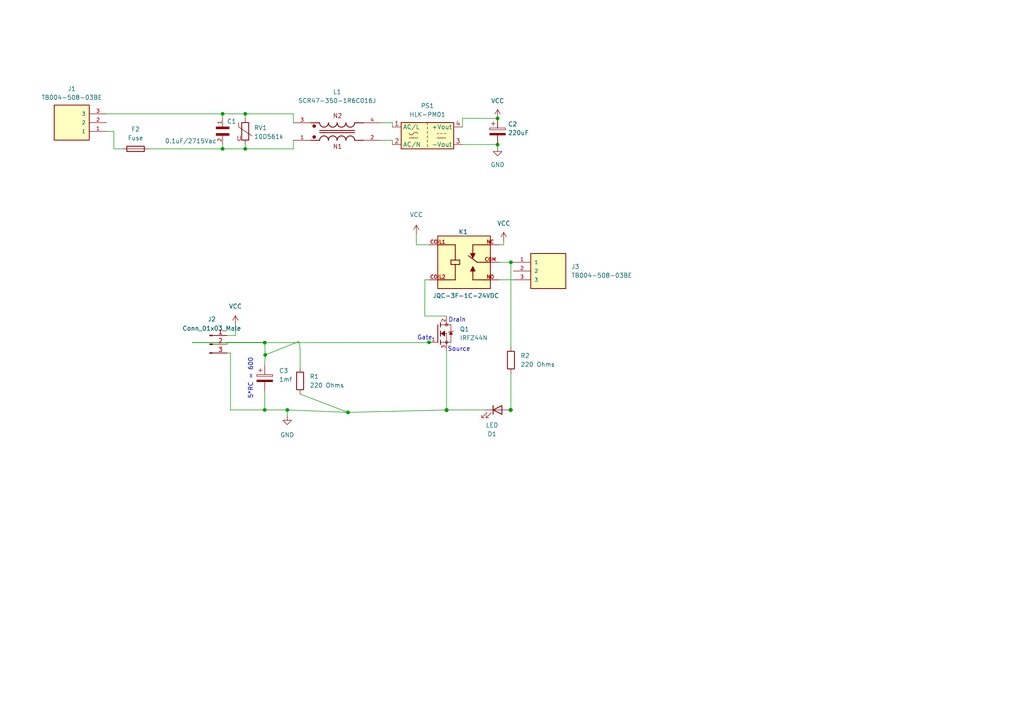
<source format=kicad_sch>
(kicad_sch (version 20211123) (generator eeschema)
  (paper "A4")
  (title_block (title "detecteur de presence") (date "2023-08-16") (rev "1.0") (company "MVP"))
  (lib_symbols
    (symbol "Connector:Conn_01x03_Male" (pin_names (offset 1.016) hide)
      (property "Reference" "J" (at 0 5.08 0))
      (property "Value" "Conn_01x03_Male" (at 0 -5.08 0))
      (symbol "Conn_01x03_Male_1_1"
        (polyline (pts (xy 1.27 -2.54) (xy 0.8636 -2.54)) (stroke (width 0.1524)))
        (polyline (pts (xy 1.27 0) (xy 0.8636 0)) (stroke (width 0.1524)))
        (polyline (pts (xy 1.27 2.54) (xy 0.8636 2.54)) (stroke (width 0.1524)))
        (rectangle (start 0.8636 -2.413) (end 0 -2.667) (stroke (width 0.1524)) (fill (type outline)))
        (rectangle (start 0.8636 0.127) (end 0 -0.127) (stroke (width 0.1524)) (fill (type outline)))
        (rectangle (start 0.8636 2.667) (end 0 2.413) (stroke (width 0.1524)) (fill (type outline)))
        (pin passive line (at 5.08 2.54 180) (length 3.81) (name "Pin_1") (number "1"))
        (pin passive line (at 5.08 0 180) (length 3.81) (name "Pin_2") (number "2"))
        (pin passive line (at 5.08 -2.54 180) (length 3.81) (name "Pin_3") (number "3"))
      )
    )
    (symbol "Converter_ACDC:HLK-PM01"
      (property "Reference" "PS" (at 0 5.08 0))
      (property "Value" "HLK-PM01" (at 0 -5.08 0))
      (symbol "HLK-PM01_0_1"
        (rectangle (start -7.62 3.81) (end 7.62 -3.81) (stroke (width 0.254)) (fill (type background)))
        (arc (start -5.334 0.635) (mid -4.699 0.2495) (end -4.064 0.635))
        (arc (start -2.794 0.635) (mid -3.429 1.0072) (end -4.064 0.635))
        (polyline (pts (xy -5.334 -0.635) (xy -2.794 -0.635)))
        (polyline (pts (xy 0 -2.54) (xy 0 -3.175)))
        (polyline (pts (xy 0 -1.27) (xy 0 -1.905)))
        (polyline (pts (xy 0 0) (xy 0 -0.635)))
        (polyline (pts (xy 0 1.27) (xy 0 0.635)))
        (polyline (pts (xy 0 2.54) (xy 0 1.905)))
        (polyline (pts (xy 0 3.81) (xy 0 3.175)))
        (polyline (pts (xy 2.794 -0.635) (xy 5.334 -0.635)))
        (polyline (pts (xy 2.794 0.635) (xy 3.302 0.635)))
        (polyline (pts (xy 3.81 0.635) (xy 4.318 0.635)))
        (polyline (pts (xy 4.826 0.635) (xy 5.334 0.635)))
      )
      (symbol "HLK-PM01_1_1"
        (pin power_in line (at -10.16 2.54 0) (length 2.54) (name "AC/L") (number "1"))
        (pin power_in line (at -10.16 -2.54 0) (length 2.54) (name "AC/N") (number "2"))
        (pin power_out line (at 10.16 -2.54 180) (length 2.54) (name "-Vout") (number "3"))
        (pin power_out line (at 10.16 2.54 180) (length 2.54) (name "+Vout") (number "4"))
      )
    )
    (symbol "Device:C_Polarized" (pin_numbers hide) (pin_names (offset 0.254))
      (property "Reference" "C" (at 0.635 2.54 0))
      (property "Value" "C_Polarized" (at 0.635 -2.54 0))
      (symbol "C_Polarized_0_1"
        (rectangle (start -2.286 0.508) (end 2.286 1.016))
        (polyline (pts (xy -1.778 2.286) (xy -0.762 2.286)))
        (polyline (pts (xy -1.27 2.794) (xy -1.27 1.778)))
        (rectangle (start 2.286 -0.508) (end -2.286 -1.016) (fill (type outline)))
      )
      (symbol "C_Polarized_1_1"
        (pin passive line (at 0 3.81 270) (length 2.794) (name "~") (number "1"))
        (pin passive line (at 0 -3.81 90) (length 2.794) (name "~") (number "2"))
      )
    )
    (symbol "Device:Fuse" (pin_numbers hide) (pin_names (offset 0))
      (property "Reference" "F" (at 2.032 0 90))
      (property "Value" "Fuse" (at -1.905 0 90))
      (symbol "Fuse_0_1"
        (rectangle (start -0.762 -2.54) (end 0.762 2.54) (stroke (width 0.254)))
        (polyline (pts (xy 0 2.54) (xy 0 -2.54)))
      )
      (symbol "Fuse_1_1"
        (pin passive line (at 0 3.81 270) (length 1.27) (name "~") (number "1"))
        (pin passive line (at 0 -3.81 90) (length 1.27) (name "~") (number "2"))
      )
    )
    (symbol "Device:LED" (pin_numbers hide) (pin_names (offset 1.016) hide)
      (property "Reference" "D" (at 0 2.54 0))
      (property "Value" "LED" (at 0 -2.54 0))
      (symbol "LED_0_1"
        (polyline (pts (xy -1.27 -1.27) (xy -1.27 1.27)) (stroke (width 0.254)))
        (polyline (pts (xy -1.27 0) (xy 1.27 0)))
        (polyline (pts (xy 1.27 -1.27) (xy 1.27 1.27) (xy -1.27 0) (xy 1.27 -1.27)) (stroke (width 0.254)))
        (polyline (pts (xy -3.048 -0.762) (xy -4.572 -2.286) (xy -3.81 -2.286) (xy -4.572 -2.286) (xy -4.572 -1.524)))
        (polyline (pts (xy -1.778 -0.762) (xy -3.302 -2.286) (xy -2.54 -2.286) (xy -3.302 -2.286) (xy -3.302 -1.524)))
      )
      (symbol "LED_1_1"
        (pin passive line (at -3.81 0 0) (length 2.54) (name "K") (number "1"))
        (pin passive line (at 3.81 0 180) (length 2.54) (name "A") (number "2"))
      )
    )
    (symbol "Device:R" (pin_numbers hide) (pin_names (offset 0))
      (property "Reference" "R" (at 2.032 0 90))
      (property "Value" "R" (at 0 0 90))
      (symbol "R_0_1"
        (rectangle (start -1.016 -2.54) (end 1.016 2.54) (stroke (width 0.254)))
      )
      (symbol "R_1_1"
        (pin passive line (at 0 3.81 270) (length 1.27) (name "~") (number "1"))
        (pin passive line (at 0 -3.81 90) (length 1.27) (name "~") (number "2"))
      )
    )
    (symbol "Device:Varistor" (pin_numbers hide) (pin_names (offset 0))
      (property "Reference" "RV" (at 3.175 0 90))
      (property "Value" "Varistor" (at -3.175 0 90))
      (symbol "Varistor_0_0"
        (text "U" (at -1.778 -2.032 0) (effects (font (size 1.27 1.27))))
      )
      (symbol "Varistor_0_1"
        (rectangle (start -1.016 -2.54) (end 1.016 2.54) (stroke (width 0.254)))
        (polyline (pts (xy -1.905 2.54) (xy -1.905 1.27) (xy 1.905 -1.27)))
      )
      (symbol "Varistor_1_1"
        (pin passive line (at 0 3.81 270) (length 1.27) (name "~") (number "1"))
        (pin passive line (at 0 -3.81 90) (length 1.27) (name "~") (number "2"))
      )
    )
    (symbol "ECQUAAF104TA:ECQUAAF104TA" (pin_names (offset 1.016))
      (property "Reference" "C" (at 0 3.8109 0))
      (property "Value" "ECQUAAF104TA" (at 0 -5.0885 0))
      (symbol "ECQUAAF104TA_0_0"
        (rectangle (start 0 -1.9069) (end 0.635 1.905) (stroke (width 0.1)) (fill (type outline)))
        (rectangle (start 1.9069 -1.9069) (end 2.54 1.905) (stroke (width 0.1)) (fill (type outline)))
        (pin passive line (at -2.54 0 0) (length 2.54) (name "~") (number "1"))
        (pin passive line (at 5.08 0 180) (length 2.54) (name "~") (number "2"))
      )
    )
    (symbol "IRFZ44N:IRFZ44N" (pin_names (offset 1.016))
      (property "Reference" "Q" (at -8.89 2.54 0))
      (property "Value" "IRFZ44N" (at -8.89 -7.62 0))
      (symbol "IRFZ44N_0_0"
        (polyline (pts (xy 0 2.54) (xy 0 -2.54)) (stroke (width 0.254)))
        (polyline (pts (xy 0.762 -2.54) (xy 0.762 -3.175)) (stroke (width 0.254)))
        (polyline (pts (xy 0.762 -1.905) (xy 0.762 -2.54)) (stroke (width 0.254)))
        (polyline (pts (xy 0.762 0) (xy 0.762 -0.762)) (stroke (width 0.254)))
        (polyline (pts (xy 0.762 0) (xy 2.54 0)) (stroke (width 0.1524)))
        (polyline (pts (xy 0.762 0.762) (xy 0.762 0)) (stroke (width 0.254)))
        (polyline (pts (xy 0.762 2.54) (xy 0.762 1.905)) (stroke (width 0.254)))
        (polyline (pts (xy 0.762 2.54) (xy 3.81 2.54)) (stroke (width 0.1524)))
        (polyline (pts (xy 0.762 3.175) (xy 0.762 2.54)) (stroke (width 0.254)))
        (polyline (pts (xy 2.54 -2.54) (xy 0.762 -2.54)) (stroke (width 0.1524)))
        (polyline (pts (xy 2.54 -2.54) (xy 3.81 -2.54)) (stroke (width 0.1524)))
        (polyline (pts (xy 2.54 0) (xy 2.54 -2.54)) (stroke (width 0.1524)))
        (polyline (pts (xy 3.302 0.508) (xy 3.048 0.254)) (stroke (width 0.1524)))
        (polyline (pts (xy 3.81 0.508) (xy 3.302 0.508)) (stroke (width 0.1524)))
        (polyline (pts (xy 3.81 0.508) (xy 3.81 -2.54)) (stroke (width 0.1524)))
        (polyline (pts (xy 3.81 2.54) (xy 3.81 0.508)) (stroke (width 0.1524)))
        (polyline (pts (xy 4.318 0.508) (xy 3.81 0.508)) (stroke (width 0.1524)))
        (polyline (pts (xy 4.572 0.762) (xy 4.318 0.508)) (stroke (width 0.1524)))
        (polyline (pts (xy 1.016 0) (xy 2.032 0.762) (xy 2.032 -0.762) (xy 1.016 0)) (stroke (width 0.1524)) (fill (type outline)))
        (polyline (pts (xy 3.81 0.508) (xy 3.302 -0.254) (xy 4.318 -0.254) (xy 3.81 0.508)) (stroke (width 0.1524)) (fill (type outline)))
        (circle (center 2.54 -2.54) (radius 0.3592))
        (circle (center 2.54 2.54) (radius 0.3592))
        (pin passive line (at -2.54 -2.54 0) (length 2.54) (name "~") (number "1"))
        (pin passive line (at 2.54 5.08 270) (length 2.54) (name "~") (number "2"))
        (pin passive line (at 2.54 -5.08 90) (length 2.54) (name "~") (number "3"))
      )
    )
    (symbol "JQC-3F-1C-24VDC:JQC-3F-1C-24VDC" (pin_names (offset 1.016))
      (property "Reference" "K" (at -7.62 8.89 0))
      (property "Value" "JQC-3F-1C-24VDC" (at -7.62 -10.16 0))
      (symbol "JQC-3F-1C-24VDC_0_0"
        (rectangle (start -7.62 -7.62) (end 7.62 7.62) (stroke (width 0.254)) (fill (type background)))
        (polyline (pts (xy -7.62 -5.08) (xy -2.54 -5.08)) (stroke (width 0.254)))
        (polyline (pts (xy -7.62 5.08) (xy -2.54 5.08)) (stroke (width 0.254)))
        (polyline (pts (xy -3.81 -0.635) (xy -3.81 0.635)) (stroke (width 0.254)))
        (polyline (pts (xy -3.81 0.635) (xy -2.54 0.635)) (stroke (width 0.254)))
        (polyline (pts (xy -2.54 -0.635) (xy -3.81 -0.635)) (stroke (width 0.254)))
        (polyline (pts (xy -2.54 -0.635) (xy -2.54 -5.08)) (stroke (width 0.254)))
        (polyline (pts (xy -2.54 0.635) (xy -1.27 0.635)) (stroke (width 0.254)))
        (polyline (pts (xy -2.54 5.08) (xy -2.54 0.635)) (stroke (width 0.254)))
        (polyline (pts (xy -1.27 -0.635) (xy -2.54 -0.635)) (stroke (width 0.254)))
        (polyline (pts (xy -1.27 0.635) (xy -1.27 -0.635)) (stroke (width 0.254)))
        (polyline (pts (xy 2.54 -5.08) (xy 2.54 -2.54)) (stroke (width 0.254)))
        (polyline (pts (xy 2.54 5.08) (xy 2.54 2.54)) (stroke (width 0.254)))
        (polyline (pts (xy 2.54 5.08) (xy 7.62 5.08)) (stroke (width 0.254)))
        (polyline (pts (xy 3.81 0) (xy 1.27 1.905)) (stroke (width 0.254)))
        (polyline (pts (xy 7.62 -5.08) (xy 2.54 -5.08)) (stroke (width 0.254)))
        (polyline (pts (xy 7.62 0) (xy 3.81 0)) (stroke (width 0.254)))
        (polyline (pts (xy 1.905 -2.54) (xy 3.175 -2.54) (xy 2.54 -1.27) (xy 1.905 -2.54)) (stroke (width 0.254)) (fill (type outline)))
        (polyline (pts (xy 3.175 2.54) (xy 1.905 2.54) (xy 2.54 1.27) (xy 3.175 2.54)) (stroke (width 0.254)) (fill (type outline)))
        (pin passive line (at -10.16 5.08 0) (length 5.08) (name "~") (number "COIL1"))
        (pin passive line (at -10.16 -5.08 0) (length 5.08) (name "~") (number "COIL2"))
        (pin passive line (at 10.16 0 180) (length 5.08) (name "~") (number "COM"))
        (pin passive line (at 10.16 5.08 180) (length 5.08) (name "~") (number "NC"))
        (pin passive line (at 10.16 -5.08 180) (length 5.08) (name "~") (number "NO"))
      )
    )
    (symbol "SCR47-350-1R6C016J:SCR47-350-1R6C016J" (pin_names (offset 1.016))
      (property "Reference" "L" (at -10.16 7.62 0))
      (property "Value" "SCR47-350-1R6C016J" (at -10.16 5.08 0))
      (symbol "SCR47-350-1R6C016J_0_0"
        (circle (center -6.6675 -1.5875) (radius 0.254) (stroke (width 0.508)))
        (circle (center -6.6675 1.5875) (radius 0.254) (stroke (width 0.508)))
        (arc (start -5.08 2.54) (mid -3.81 1.27) (end -2.54 2.54) (stroke (width 0.254)))
        (arc (start -2.54 -2.54) (mid -3.81 -1.27) (end -5.08 -2.54) (stroke (width 0.254)))
        (arc (start -2.54 2.54) (mid -1.27 1.27) (end 0 2.54) (stroke (width 0.254)))
        (arc (start 0 -2.54) (mid -1.27 -1.27) (end -2.54 -2.54) (stroke (width 0.254)))
        (polyline (pts (xy -5.08 -2.54) (xy -7.62 -2.54)) (stroke (width 0.254)))
        (polyline (pts (xy -5.08 -0.3175) (xy 5.08 -0.3175)) (stroke (width 0.254)))
        (polyline (pts (xy -5.08 0.3175) (xy 5.08 0.3175)) (stroke (width 0.254)))
        (polyline (pts (xy -5.08 2.54) (xy -7.62 2.54)) (stroke (width 0.254)))
        (polyline (pts (xy 5.08 -2.54) (xy 7.62 -2.54)) (stroke (width 0.254)))
        (polyline (pts (xy 5.08 2.54) (xy 7.62 2.54)) (stroke (width 0.254)))
        (arc (start 0 2.54) (mid 1.27 1.27) (end 2.54 2.54) (stroke (width 0.254)))
        (arc (start 2.54 -2.54) (mid 1.27 -1.27) (end 0 -2.54) (stroke (width 0.254)))
        (arc (start 2.54 2.54) (mid 3.81 1.27) (end 5.08 2.54) (stroke (width 0.254)))
        (arc (start 5.08 -2.54) (mid 3.81 -1.27) (end 2.54 -2.54) (stroke (width 0.254)))
        (text "N1" (at -1.27 -5.08 0) (effects (font (size 1.27 1.27)) (justify left bottom)))
        (text "N2" (at -1.27 3.81 0) (effects (font (size 1.27 1.27)) (justify left bottom)))
        (pin passive line (at -12.7 -2.54 0) (length 5.08) (name "~") (number "1"))
        (pin passive line (at 12.7 -2.54 180) (length 5.08) (name "~") (number "2"))
        (pin passive line (at -12.7 2.54 0) (length 5.08) (name "~") (number "3"))
        (pin passive line (at 12.7 2.54 180) (length 5.08) (name "~") (number "4"))
      )
    )
    (symbol "TB004-508-03BE:TB004-508-03BE" (pin_names (offset 1.016))
      (property "Reference" "J" (at -5.58 5.08 0))
      (property "Value" "TB004-508-03BE" (at -5.08 -7.62 0))
      (symbol "TB004-508-03BE_0_0"
        (rectangle (start -5.08 -5.08) (end 5.08 5.08) (stroke (width 0.254)) (fill (type background)))
        (pin passive line (at -10.16 2.54 0) (length 5.08) (name "1") (number "1"))
        (pin passive line (at -10.16 0 0) (length 5.08) (name "2") (number "2"))
        (pin passive line (at -10.16 -2.54 0) (length 5.08) (name "3") (number "3"))
      )
    )
    (symbol "power:GND" (power) (pin_names (offset 0))
      (property "Value" "GND" (at 0 -3.81 0))
      (symbol "GND_0_1"
        (polyline (pts (xy 0 0) (xy 0 -1.27) (xy 1.27 -1.27) (xy 0 -2.54) (xy -1.27 -1.27) (xy 0 -1.27)))
      )
      (symbol "GND_1_1"
        (pin power_in line (at 0 0 270) (length 0) hide (name "GND") (number "1"))
      )
    )
    (symbol "power:VCC" (power) (pin_names (offset 0))
      (property "Value" "VCC" (at 0 3.81 0))
      (symbol "VCC_0_1"
        (polyline (pts (xy -0.762 1.27) (xy 0 2.54)))
        (polyline (pts (xy 0 0) (xy 0 2.54)))
        (polyline (pts (xy 0 2.54) (xy 0.762 1.27)))
      )
      (symbol "VCC_1_1"
        (pin power_in line (at 0 0 90) (length 0) hide (name "VCC") (number "1"))
      )
    )
  )
  (junction (at 129.5146 118.999))
  (junction (at 148.1836 76.073))
  (junction (at 76.7842 99.3648))
  (junction (at 76.7842 118.8974))
  (junction (at 129.5146 118.9736))
  (junction (at 83.3374 118.8974))
  (junction (at 100.9396 119.6086))
  (junction (at 148.082 118.9228))
  (junction (at 148.1074 118.8974))
  (junction (at 148.1074 118.872))
  (junction (at 76.9112 102.9462))
  (junction (at 124.4346 99.2886))
  (junction (at 129.5654 118.8974))
  (junction (at 64.5668 43.18))
  (junction (at 144.3228 41.9608))
  (junction (at 144.3228 34.3408))
  (junction (at 148.1836 118.8974))
  (junction (at 71.12 33.02))
  (junction (at 64.5668 33.02))
  (junction (at 71.12 43.18))
  (wire (pts (xy 65.8622 97.3074) (xy 68.2752 97.3074)))
  (wire (pts (xy 144.7546 76.073) (xy 148.1836 76.073)))
  (wire (pts (xy 113.8174 40.6908) (xy 113.8174 41.91)))
  (wire (pts (xy 87.0458 106.68) (xy 87.0458 101.219)))
  (wire (pts (xy 66.8528 102.3874) (xy 66.8528 118.8974)))
  (wire (pts (xy 66.8528 118.8974) (xy 76.7842 118.8974)))
  (wire (pts (xy 100.9396 119.6086) (xy 129.5654 118.8974)))
  (wire (pts (xy 120.7516 70.993) (xy 120.7516 67.8434)))
  (wire (pts (xy 30.9626 33.02) (xy 64.5668 33.02)))
  (wire (pts (xy 129.5146 101.8286) (xy 129.5146 118.9736)))
  (wire (pts (xy 144.7546 70.993) (xy 146.1008 70.993)))
  (wire (pts (xy 129.5146 118.9736) (xy 129.5654 118.8974)))
  (wire (pts (xy 64.5668 33.02) (xy 71.12 33.02)))
  (wire (pts (xy 65.8622 102.3874) (xy 66.8528 102.3874)))
  (wire (pts (xy 87.0458 101.219) (xy 86.6648 99.06)))
  (wire (pts (xy 71.12 41.91) (xy 71.12 43.18)))
  (wire (pts (xy 85.09 40.6908) (xy 85.09 43.18)))
  (wire (pts (xy 87.0458 114.3) (xy 100.9396 119.6086)))
  (wire (pts (xy 144.3228 41.9608) (xy 144.3228 42.672)))
  (wire (pts (xy 148.1836 76.073) (xy 148.1836 100.6348)))
  (wire (pts (xy 134.1374 34.3154) (xy 134.1374 36.83)))
  (wire (pts (xy 113.8174 35.6108) (xy 113.8174 36.83)))
  (wire (pts (xy 124.4346 99.3902) (xy 124.4346 99.2886)))
  (wire (pts (xy 64.5668 41.8592) (xy 64.5668 43.18)))
  (wire (pts (xy 134.1374 34.3154) (xy 144.3228 34.3408)))
  (wire (pts (xy 65.8622 99.3394) (xy 76.7842 99.3648)))
  (wire (pts (xy 85.09 33.02) (xy 71.12 33.02)))
  (wire (pts (xy 71.12 33.02) (xy 71.12 34.29)))
  (wire (pts (xy 110.49 35.6108) (xy 113.8174 35.6108)))
  (wire (pts (xy 64.5668 43.18) (xy 71.12 43.18)))
  (wire (pts (xy 110.49 40.6908) (xy 113.8174 40.6908)))
  (wire (pts (xy 76.7842 118.8974) (xy 83.3374 118.8974)))
  (wire (pts (xy 148.1836 76.073) (xy 148.8694 76.073)))
  (wire (pts (xy 76.7842 113.5126) (xy 76.7842 118.8974)))
  (wire (pts (xy 129.5654 118.8974) (xy 140.4874 118.8974)))
  (wire (pts (xy 148.1074 118.8974) (xy 148.1074 118.872)))
  (wire (pts (xy 123.19 91.6686) (xy 123.2408 81.153)))
  (wire (pts (xy 148.082 118.9228) (xy 148.1836 118.8974)))
  (wire (pts (xy 148.1074 118.872) (xy 148.082 118.9228)))
  (wire (pts (xy 55.753 99.3648) (xy 76.7842 99.3648)))
  (wire (pts (xy 123.2408 81.153) (xy 124.4346 81.153)))
  (wire (pts (xy 43.1292 43.18) (xy 64.5668 43.18)))
  (wire (pts (xy 85.09 35.6108) (xy 85.09 33.02)))
  (wire (pts (xy 30.9626 38.1) (xy 33.02 38.1)))
  (wire (pts (xy 144.7546 81.153) (xy 148.8694 81.153)))
  (wire (pts (xy 33.02 38.1) (xy 33.02 43.18)))
  (wire (pts (xy 148.1836 108.2548) (xy 148.1836 118.8974)))
  (wire (pts (xy 76.7842 99.3648) (xy 76.9112 102.9462)))
  (wire (pts (xy 124.4346 70.993) (xy 120.7516 70.993)))
  (wire (pts (xy 83.3374 118.8974) (xy 100.9396 119.6086)))
  (wire (pts (xy 33.02 43.18) (xy 35.5092 43.18)))
  (wire (pts (xy 65.8622 99.3394) (xy 65.8622 99.8474)))
  (wire (pts (xy 64.5668 33.02) (xy 64.5668 34.2392)))
  (wire (pts (xy 129.5146 91.6686) (xy 123.19 91.6686)))
  (wire (pts (xy 146.1008 69.977) (xy 146.1008 70.993)))
  (wire (pts (xy 129.5146 118.999) (xy 129.5146 118.9736)))
  (wire (pts (xy 100.9142 99.3902) (xy 124.4346 99.3902)))
  (wire (pts (xy 83.312 120.6246) (xy 83.3374 118.8974)))
  (wire (pts (xy 76.9112 102.9462) (xy 76.7842 105.8926)))
  (wire (pts (xy 85.09 43.18) (xy 71.12 43.18)))
  (wire (pts (xy 55.753 99.3648) (xy 100.9142 99.3902)))
  (wire (pts (xy 68.2752 97.3074) (xy 68.2752 94.1578)))
  (wire (pts (xy 86.6648 99.06) (xy 76.9112 102.9462)))
  (wire (pts (xy 134.1374 41.91) (xy 144.3228 41.9354)))
  (wire (pts (xy 144.3228 41.9354) (xy 144.3228 41.9608)))
  (text "Drain" (at 130.0226 93.6244 0) (effects (font (size 1.27 1.27)) (justify left bottom)))
  (text "5*RC = 600" (at 73.4568 115.7986 90) (effects (font (size 1.27 1.27)) (justify left bottom)))
  (text "Gate" (at 120.9802 98.806 0) (effects (font (size 1.27 1.27)) (justify left bottom)))
  (text "Source\n" (at 129.794 102.0826 0) (effects (font (size 1.27 1.27)) (justify left bottom)))
  (symbol (lib_id "Device:R") (at 148.1836 104.4448 180) (unit 1)
    (property "Reference" "R2" (at 150.9522 103.1747 0) (effects (justify right)))
    (property "Value" "220 Ohms" (at 150.9522 105.7147 0) (effects (justify right)))
    (property "Footprint" "Resistor_THT:R_Axial_DIN0207_L6.3mm_D2.5mm_P10.16mm_Horizontal" (effects hide))
  )
  (symbol (lib_id "TB004-508-03BE:TB004-508-03BE") (at 159.0294 78.613 0) (unit 1)
    (property "Reference" "J3" (at 165.6842 77.3429 0) (effects (justify left)))
    (property "Value" "TB004-508-03BE" (at 165.6842 79.8829 0) (effects (justify left)))
    (property "Footprint" "TB004-3BE:CUI_TB004-508-03BE" (effects hide))
    (property "MF" "CUI Devices" (effects hide))
    (property "Description" "2~24 Poles, Screw Type, Horizontal, 5.08 Pitch, 24~12 (AWG), Terminal Block Connector" (effects hide))
    (property "Package" "None" (effects hide))
    (property "Price" "None" (effects hide))
    (property "Check_prices" "https://www.snapeda.com/parts/TB004-508-03BE/CUI+Devices/view-part/?ref=eda" (effects hide))
    (property "STANDARD" "Manufacturer Recommendations" (effects hide))
    (property "SnapEDA_Link" "https://www.snapeda.com/parts/TB004-508-03BE/CUI+Devices/view-part/?ref=snap" (effects hide))
    (property "MP" "TB004-508-03BE" (effects hide))
    (property "Purchase-URL" "https://pricing.snapeda.com/search?q=TB004-508-03BE&ref=eda" (effects hide))
    (property "CUI_purchase_URL" "https://www.cuidevices.com/product/interconnect/connectors/terminal-blocks/tb004-508-series?utm_source=snapeda.com&utm_medium=referral&utm_campaign=snapedaBOM" (effects hide))
    (property "Availability" "In Stock" (effects hide))
    (property "MANUFACTURER" "CUI" (effects hide))
  )
  (symbol (lib_id "Converter_ACDC:HLK-PM01") (at 123.9774 39.37 0) (unit 1)
    (property "Reference" "PS1" (at 123.9774 30.6832 0))
    (property "Value" "HLK-PM01" (at 123.9774 33.2232 0))
    (property "Footprint" "Converter_ACDC:Converter_ACDC_HiLink_HLK-PMxx" (effects hide))
    (property "Datasheet" "http://www.hlktech.net/product_detail.php?ProId=54" (effects hide))
  )
  (symbol (lib_id "Device:R") (at 87.0458 110.49 180) (unit 1)
    (property "Reference" "R1" (at 89.8144 109.2199 0) (effects (justify right)))
    (property "Value" "220 Ohms" (at 89.8144 111.7599 0) (effects (justify right)))
    (property "Footprint" "Resistor_THT:R_Axial_DIN0207_L6.3mm_D2.5mm_P10.16mm_Horizontal" (effects hide))
  )
  (symbol (lib_id "power:GND") (at 83.312 120.6246 0) (unit 1)
    (property "Reference" "#PWR02" (effects hide))
    (property "Value" "GND" (at 83.312 126.1364 0))
  )
  (symbol (lib_id "power:VCC") (at 146.1008 69.977 0) (unit 1)
    (property "Reference" "#PWR04" (effects hide))
    (property "Value" "VCC" (at 146.1008 64.7954 0))
  )
  (symbol (lib_id "power:VCC") (at 144.3228 34.3408 0) (unit 1)
    (property "Reference" "#PWR05" (effects hide))
    (property "Value" "VCC" (at 144.3228 29.2608 0))
  )
  (symbol (lib_id "IRFZ44N:IRFZ44N") (at 126.9746 96.7486 0) (unit 1)
    (property "Reference" "Q1" (at 133.35 95.4785 0) (effects (justify left)))
    (property "Value" "IRFZ44N" (at 133.35 98.0185 0) (effects (justify left)))
    (property "Footprint" "MOSFET:TO254P1016X419X2286-3" (effects hide))
    (property "MF" "Infineon Technologies" (effects hide))
    (property "MAXIMUM_PACKAGE_HEIGHT" "22.86 mm" (effects hide))
    (property "Package" "TO-220-3 Infineon" (effects hide))
    (property "Price" "None" (effects hide))
    (property "Check_prices" "https://www.snapeda.com/parts/IRFZ44N/Infineon+Technologies/view-part/?ref=eda" (effects hide))
    (property "STANDARD" "IPC 7351B" (effects hide))
    (property "PARTREV" "09/21/10" (effects hide))
    (property "SnapEDA_Link" "https://www.snapeda.com/parts/IRFZ44N/Infineon+Technologies/view-part/?ref=snap" (effects hide))
    (property "MP" "IRFZ44N" (effects hide))
    (property "Description" "\nN-Channel 55 V 49A (Tc) 94W (Tc) Through Hole TO-220AB\n" (effects hide))
    (property "SNAPEDA_PN" "IRFZ44N" (effects hide))
    (property "Availability" "In Stock" (effects hide))
    (property "MANUFACTURER" "Infineon" (effects hide))
  )
  (symbol (lib_id "SCR47-350-1R6C016J:SCR47-350-1R6C016J") (at 97.79 38.1508 0) (unit 1)
    (property "Reference" "L1" (at 97.79 26.67 0))
    (property "Value" "SCR47-350-1R6C016J" (at 97.79 29.21 0))
    (property "Footprint" "Inductor_THT:Choke_Schaffner_RN202-04-8.8x18.2mm" (effects hide))
    (property "MF" "KEMET" (effects hide))
    (property "MAXIMUM_PACKAGE_HEIGHT" "59.0mm" (effects hide))
    (property "Package" "Vertical-4 KEMET" (effects hide))
    (property "Price" "None" (effects hide))
    (property "Check_prices" "https://www.snapeda.com/parts/SCR47-350-1R6C016J/KEMET/view-part/?ref=eda" (effects hide))
    (property "STANDARD" "IPC-7351B" (effects hide))
    (property "PARTREV" "N/A" (effects hide))
    (property "SnapEDA_Link" "https://www.snapeda.com/parts/SCR47-350-1R6C016J/KEMET/view-part/?ref=snap" (effects hide))
    (property "MP" "SCR47-350-1R6C016J" (effects hide))
    (property "Purchase-URL" "https://pricing.snapeda.com/search?q=SCR47-350-1R6C016J&ref=eda" (effects hide))
    (property "Description" "\n1.6 mH @ 10 kHz 2 Line Common Mode Choke Through Hole 35A DCR 3.5mOhm\n" (effects hide))
    (property "Availability" "In Stock" (effects hide))
    (property "MANUFACTURER" "Kemet" (effects hide))
  )
  (symbol (lib_id "Device:C_Polarized") (at 76.7842 109.7026 0) (unit 1)
    (property "Reference" "C3" (at 80.9244 107.5435 0) (effects (justify left)))
    (property "Value" "1mf" (at 80.9244 110.0835 0) (effects (justify left)))
    (property "Footprint" "Capacitor_THT:CP_Radial_D5.0mm_P2.50mm" (effects hide))
  )
  (symbol (lib_id "ECQUAAF104TA:ECQUAAF104TA") (at 64.5668 36.7792 270) (unit 1)
    (property "Reference" "C1" (at 65.8368 35.2044 90) (effects (justify left)))
    (property "Value" "0.1uF/2715Vac" (at 47.8282 40.894 90) (effects (justify left)))
    (property "Footprint" "Safety Capacitor:CAPRR1500W60L1750T500H1200" (effects hide))
    (property "MF" "Panasonic" (effects hide))
    (property "MAXIMUM_PACKAGE_HEIGHT" "12.0 mm" (effects hide))
    (property "Package" "DIP-2 Panasonic" (effects hide))
    (property "Price" "None" (effects hide))
    (property "Check_prices" "https://www.snapeda.com/parts/ECQUAAF104TA/Panasonic/view-part/?ref=eda" (effects hide))
    (property "STANDARD" "IPC-7351B" (effects hide))
    (property "PARTREV" "31-Aug-20" (effects hide))
    (property "SnapEDA_Link" "https://www.snapeda.com/parts/ECQUAAF104TA/Panasonic/view-part/?ref=snap" (effects hide))
    (property "MP" "ECQUAAF104TA" (effects hide))
    (property "Description" "\nCAP FILM 0.1UF 10% 275VAC RAD\n" (effects hide))
    (property "Availability" "In Stock" (effects hide))
    (property "MANUFACTURER" "Panasonic" (effects hide))
  )
  (symbol (lib_id "power:GND") (at 144.3228 42.672 0) (unit 1)
    (property "Reference" "#PWR06" (effects hide))
    (property "Value" "GND" (at 144.3228 47.752 0))
  )
  (symbol (lib_id "power:VCC") (at 68.2752 94.1578 0) (unit 1)
    (property "Reference" "#PWR01" (effects hide))
    (property "Value" "VCC" (at 68.2752 88.8492 0))
  )
  (symbol (lib_id "Device:Varistor") (at 71.12 38.1 0) (unit 1)
    (property "Reference" "RV1" (at 73.66 37.0831 0) (effects (justify left)))
    (property "Value" "10D561k" (at 73.66 39.6231 0) (effects (justify left)))
    (property "Footprint" "Varistor:RV_Disc_D7mm_W3.4mm_P5mm" (effects hide))
  )
  (symbol (lib_id "power:VCC") (at 120.7516 67.8434 0) (unit 1)
    (property "Reference" "#PWR03" (effects hide))
    (property "Value" "VCC" (at 120.7516 62.2808 0))
  )
  (symbol (lib_id "Device:C_Polarized") (at 144.3228 38.1508 0) (unit 1)
    (property "Reference" "C2" (at 147.32 35.9917 0) (effects (justify left)))
    (property "Value" "220uF" (at 147.32 38.5317 0) (effects (justify left)))
    (property "Footprint" "Capacitor_THT:CP_Radial_D5.0mm_P2.50mm" (effects hide))
  )
  (symbol (lib_id "Connector:Conn_01x03_Male") (at 60.7822 99.8474 0) (unit 1)
    (property "Reference" "J2" (at 61.4172 92.583 0))
    (property "Value" "Conn_01x03_Male" (at 61.4172 95.25 0))
    (property "Footprint" "Transistor NPN:TO-92" (effects hide))
  )
  (symbol (lib_id "Device:LED") (at 144.2974 118.8974 0) (unit 1)
    (property "Reference" "D1" (at 142.7099 125.8824 0))
    (property "Value" "LED" (at 142.7099 123.3424 0))
    (property "Footprint" "LED_THT:LED_D3.0mm" (effects hide))
  )
  (symbol (lib_id "Device:Fuse") (at 39.3192 43.18 90) (unit 1)
    (property "Reference" "F2" (at 39.3192 37.4904 90))
    (property "Value" "Fuse" (at 39.3192 40.0304 90))
    (property "Footprint" "Fuse:Fuse_Blade_ATO_directSolder" (effects hide))
  )
  (symbol (lib_id "TB004-508-03BE:TB004-508-03BE") (at 20.8026 35.56 180) (unit 1)
    (property "Reference" "J1" (at 20.8026 25.7302 0))
    (property "Value" "TB004-508-03BE" (at 20.8026 28.2702 0))
    (property "Footprint" "TB004-3BE:CUI_TB004-508-03BE" (effects hide))
    (property "MF" "CUI Devices" (effects hide))
    (property "Description" "2~24 Poles, Screw Type, Horizontal, 5.08 Pitch, 24~12 (AWG), Terminal Block Connector" (effects hide))
    (property "Package" "None" (effects hide))
    (property "Price" "None" (effects hide))
    (property "Check_prices" "https://www.snapeda.com/parts/TB004-508-03BE/CUI+Devices/view-part/?ref=eda" (effects hide))
    (property "STANDARD" "Manufacturer Recommendations" (effects hide))
    (property "SnapEDA_Link" "https://www.snapeda.com/parts/TB004-508-03BE/CUI+Devices/view-part/?ref=snap" (effects hide))
    (property "MP" "TB004-508-03BE" (effects hide))
    (property "Purchase-URL" "https://pricing.snapeda.com/search?q=TB004-508-03BE&ref=eda" (effects hide))
    (property "CUI_purchase_URL" "https://www.cuidevices.com/product/interconnect/connectors/terminal-blocks/tb004-508-series?utm_source=snapeda.com&utm_medium=referral&utm_campaign=snapedaBOM" (effects hide))
    (property "Availability" "In Stock" (effects hide))
    (property "MANUFACTURER" "CUI" (effects hide))
  )
  (symbol (lib_id "JQC-3F-1C-24VDC:JQC-3F-1C-24VDC") (at 134.5946 76.073 0) (unit 1)
    (property "Reference" "K1" (at 134.366 67.2592 0))
    (property "Value" "JQC-3F-1C-24VDC" (at 135.128 85.7758 0))
    (property "Footprint" "JQC-3F-1C-24VDC:RELAY_JQC-3F-1C-24VDC" (effects hide))
    (property "MF" "YUEQING HENGWEI ELECTRONICS CO.,LTD." (effects hide))
    (property "MAXIMUM_PACKAGE_HEIGHT" "15.5 mm" (effects hide))
    (property "Package" "None" (effects hide))
    (property "Price" "None" (effects hide))
    (property "Check_prices" "https://www.snapeda.com/parts/JQC-3F-1C-24VDC/YUEQING+HENGWEI+ELECTRONICS+CO.%252CLTD./view-part/?ref=eda" (effects hide))
    (property "STANDARD" "Manufacturer Recommendations" (effects hide))
    (property "PARTREV" "N/A" (effects hide))
    (property "SnapEDA_Link" "https://www.snapeda.com/parts/JQC-3F-1C-24VDC/YUEQING+HENGWEI+ELECTRONICS+CO.%252CLTD./view-part/?ref=snap" (effects hide))
    (property "MP" "JQC-3F-1C-24VDC" (effects hide))
    (property "Description" "\nMiniature PCB Relay 24VDC, 10A 250VAC, 15A 125VAC, 10A 250VAC\n" (effects hide))
    (property "Availability" "Not in stock" (effects hide))
    (property "MANUFACTURER" "YUEQING HENGWEI ELECTRONICS CO.,LTD." (effects hide))
  )
)
</source>
